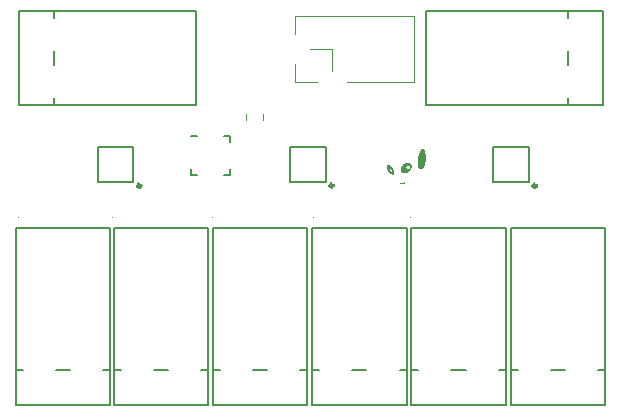
<source format=gbr>
G04 #@! TF.GenerationSoftware,KiCad,Pcbnew,5.0.2-bee76a0~70~ubuntu18.04.1*
G04 #@! TF.CreationDate,2019-12-05T19:09:47+01:00*
G04 #@! TF.ProjectId,magneto_bot_shield,6d61676e-6574-46f5-9f62-6f745f736869,rev?*
G04 #@! TF.SameCoordinates,Original*
G04 #@! TF.FileFunction,Legend,Top*
G04 #@! TF.FilePolarity,Positive*
%FSLAX46Y46*%
G04 Gerber Fmt 4.6, Leading zero omitted, Abs format (unit mm)*
G04 Created by KiCad (PCBNEW 5.0.2-bee76a0~70~ubuntu18.04.1) date Thu 05 Dec 2019 07:09:47 PM CET*
%MOMM*%
%LPD*%
G01*
G04 APERTURE LIST*
%ADD10C,0.120000*%
%ADD11C,0.100000*%
%ADD12C,0.150000*%
%ADD13C,0.127000*%
%ADD14C,0.304800*%
%ADD15C,0.010000*%
%ADD16C,0.060000*%
G04 APERTURE END LIST*
D10*
G04 #@! TO.C,C5*
X159460000Y-103241422D02*
X159460000Y-103758578D01*
X158040000Y-103241422D02*
X158040000Y-103758578D01*
D11*
G04 #@! TO.C,D1*
X180460000Y-111950000D02*
G75*
G03X180460000Y-111950000I-50000J0D01*
G01*
G04 #@! TO.C,D2*
X171960000Y-112000000D02*
G75*
G03X171960000Y-112000000I-50000J0D01*
G01*
G04 #@! TO.C,D3*
X163710000Y-112000000D02*
G75*
G03X163710000Y-112000000I-50000J0D01*
G01*
G04 #@! TO.C,D4*
X155210000Y-112000000D02*
G75*
G03X155210000Y-112000000I-50000J0D01*
G01*
G04 #@! TO.C,D5*
X146710000Y-112000000D02*
G75*
G03X146710000Y-112000000I-50000J0D01*
G01*
G04 #@! TO.C,D6*
X138710000Y-112000000D02*
G75*
G03X138710000Y-112000000I-50000J0D01*
G01*
D12*
G04 #@! TO.C,J1*
X138500000Y-124900000D02*
X139100000Y-124900000D01*
X143100000Y-124900000D02*
X141900000Y-124900000D01*
X146500000Y-124900000D02*
X145900000Y-124900000D01*
X138500000Y-127900000D02*
X146500000Y-127900000D01*
X146500000Y-127900000D02*
X146500000Y-112900000D01*
X146500000Y-112900000D02*
X138500000Y-112900000D01*
X138500000Y-112900000D02*
X138500000Y-127900000D01*
G04 #@! TO.C,J2*
X146800000Y-112900000D02*
X146800000Y-127900000D01*
X154800000Y-112900000D02*
X146800000Y-112900000D01*
X154800000Y-127900000D02*
X154800000Y-112900000D01*
X146800000Y-127900000D02*
X154800000Y-127900000D01*
X154800000Y-124900000D02*
X154200000Y-124900000D01*
X151400000Y-124900000D02*
X150200000Y-124900000D01*
X146800000Y-124900000D02*
X147400000Y-124900000D01*
G04 #@! TO.C,J3*
X155200000Y-112900000D02*
X155200000Y-127900000D01*
X163200000Y-112900000D02*
X155200000Y-112900000D01*
X163200000Y-127900000D02*
X163200000Y-112900000D01*
X155200000Y-127900000D02*
X163200000Y-127900000D01*
X163200000Y-124900000D02*
X162600000Y-124900000D01*
X159800000Y-124900000D02*
X158600000Y-124900000D01*
X155200000Y-124900000D02*
X155800000Y-124900000D01*
G04 #@! TO.C,J4*
X163600000Y-124900000D02*
X164200000Y-124900000D01*
X168200000Y-124900000D02*
X167000000Y-124900000D01*
X171600000Y-124900000D02*
X171000000Y-124900000D01*
X163600000Y-127900000D02*
X171600000Y-127900000D01*
X171600000Y-127900000D02*
X171600000Y-112900000D01*
X171600000Y-112900000D02*
X163600000Y-112900000D01*
X163600000Y-112900000D02*
X163600000Y-127900000D01*
G04 #@! TO.C,J5*
X172000000Y-112900000D02*
X172000000Y-127900000D01*
X180000000Y-112900000D02*
X172000000Y-112900000D01*
X180000000Y-127900000D02*
X180000000Y-112900000D01*
X172000000Y-127900000D02*
X180000000Y-127900000D01*
X180000000Y-124900000D02*
X179400000Y-124900000D01*
X176600000Y-124900000D02*
X175400000Y-124900000D01*
X172000000Y-124900000D02*
X172600000Y-124900000D01*
G04 #@! TO.C,J6*
X141750000Y-94500000D02*
X141750000Y-95100000D01*
X141750000Y-99100000D02*
X141750000Y-97900000D01*
X141750000Y-102500000D02*
X141750000Y-101900000D01*
X138750000Y-94500000D02*
X138750000Y-102500000D01*
X138750000Y-102500000D02*
X153750000Y-102500000D01*
X153750000Y-102500000D02*
X153750000Y-94500000D01*
X153750000Y-94500000D02*
X138750000Y-94500000D01*
G04 #@! TO.C,J7*
X173250000Y-102500000D02*
X188250000Y-102500000D01*
X173250000Y-94500000D02*
X173250000Y-102500000D01*
X188250000Y-94500000D02*
X173250000Y-94500000D01*
X188250000Y-102500000D02*
X188250000Y-94500000D01*
X185250000Y-94500000D02*
X185250000Y-95100000D01*
X185250000Y-97900000D02*
X185250000Y-99100000D01*
X185250000Y-102500000D02*
X185250000Y-101900000D01*
G04 #@! TO.C,J8*
X180400000Y-124900000D02*
X181000000Y-124900000D01*
X185000000Y-124900000D02*
X183800000Y-124900000D01*
X188400000Y-124900000D02*
X187800000Y-124900000D01*
X180400000Y-127900000D02*
X188400000Y-127900000D01*
X188400000Y-127900000D02*
X188400000Y-112900000D01*
X188400000Y-112900000D02*
X180400000Y-112900000D01*
X180400000Y-112900000D02*
X180400000Y-127900000D01*
D10*
G04 #@! TO.C,J9*
X166540000Y-100530000D02*
X172225000Y-100530000D01*
X172225000Y-100530000D02*
X172225000Y-94930000D01*
X162125000Y-94930000D02*
X172225000Y-94930000D01*
X162125000Y-96460000D02*
X162125000Y-94930000D01*
X163400000Y-97730000D02*
X165270000Y-97730000D01*
X165270000Y-97730000D02*
X165270000Y-99600000D01*
X164000000Y-100530000D02*
X162125000Y-100530000D01*
X162125000Y-100530000D02*
X162125000Y-99000000D01*
D12*
G04 #@! TO.C,MAX1*
X156625000Y-105125000D02*
X156625000Y-105625000D01*
X153375000Y-108375000D02*
X153375000Y-107875000D01*
X156625000Y-108375000D02*
X156625000Y-107875000D01*
X153375000Y-105125000D02*
X153875000Y-105125000D01*
X153375000Y-108375000D02*
X153875000Y-108375000D01*
X156625000Y-108375000D02*
X156125000Y-108375000D01*
X156625000Y-105125000D02*
X156125000Y-105125000D01*
D13*
G04 #@! TO.C,Q1*
X148452500Y-109022500D02*
X148452500Y-106022500D01*
X145452500Y-109022500D02*
X148452500Y-109022500D01*
X145452500Y-106022500D02*
X145452500Y-109022500D01*
X148452500Y-106022500D02*
X145452500Y-106022500D01*
D14*
X149102500Y-109322500D02*
G75*
G03X149102500Y-109322500I-150000J0D01*
G01*
G04 #@! TO.C,Q2*
X165400000Y-109300000D02*
G75*
G03X165400000Y-109300000I-150000J0D01*
G01*
D13*
X164750000Y-106000000D02*
X161750000Y-106000000D01*
X161750000Y-106000000D02*
X161750000Y-109000000D01*
X161750000Y-109000000D02*
X164750000Y-109000000D01*
X164750000Y-109000000D02*
X164750000Y-106000000D01*
D14*
G04 #@! TO.C,Q3*
X182602500Y-109322500D02*
G75*
G03X182602500Y-109322500I-150000J0D01*
G01*
D13*
X181952500Y-106022500D02*
X178952500Y-106022500D01*
X178952500Y-106022500D02*
X178952500Y-109022500D01*
X178952500Y-109022500D02*
X181952500Y-109022500D01*
X181952500Y-109022500D02*
X181952500Y-106022500D01*
D11*
G04 #@! TO.C,D7*
X138710000Y-103750000D02*
G75*
G03X138710000Y-103750000I-50000J0D01*
G01*
D15*
G04 #@! TO.C,H3*
G36*
X172928201Y-106229738D02*
X172948348Y-106231965D01*
X172965863Y-106235564D01*
X172981188Y-106241308D01*
X172994766Y-106249971D01*
X173007039Y-106262324D01*
X173018450Y-106279140D01*
X173029440Y-106301193D01*
X173040453Y-106329255D01*
X173051931Y-106364099D01*
X173064316Y-106406498D01*
X173078050Y-106457225D01*
X173093577Y-106517052D01*
X173094299Y-106519867D01*
X173111506Y-106592474D01*
X173125540Y-106664276D01*
X173136689Y-106737443D01*
X173145238Y-106814150D01*
X173151474Y-106896569D01*
X173155609Y-106984760D01*
X173156717Y-107018405D01*
X173157222Y-107044525D01*
X173156933Y-107065749D01*
X173155658Y-107084703D01*
X173153208Y-107104014D01*
X173149391Y-107126309D01*
X173144016Y-107154217D01*
X173142872Y-107160020D01*
X173126391Y-107238711D01*
X173108865Y-107313406D01*
X173090546Y-107383339D01*
X173071687Y-107447741D01*
X173052541Y-107505845D01*
X173033359Y-107556882D01*
X173014394Y-107600085D01*
X172995900Y-107634686D01*
X172978657Y-107659293D01*
X172967953Y-107672749D01*
X172953677Y-107691717D01*
X172937975Y-107713311D01*
X172927487Y-107728152D01*
X172901986Y-107762275D01*
X172878222Y-107789201D01*
X172856922Y-107808184D01*
X172839823Y-107818106D01*
X172827848Y-107820698D01*
X172810149Y-107822358D01*
X172795639Y-107822712D01*
X172779049Y-107821866D01*
X172763769Y-107819024D01*
X172746746Y-107813303D01*
X172724929Y-107803818D01*
X172715960Y-107799618D01*
X172693192Y-107787894D01*
X172671706Y-107775181D01*
X172654652Y-107763418D01*
X172648199Y-107757955D01*
X172625298Y-107729710D01*
X172605228Y-107691883D01*
X172587972Y-107644420D01*
X172573507Y-107587269D01*
X172564959Y-107541020D01*
X172562442Y-107523764D01*
X172560422Y-107505587D01*
X172558848Y-107485174D01*
X172557672Y-107461208D01*
X172556843Y-107432375D01*
X172556312Y-107397359D01*
X172556029Y-107354844D01*
X172555945Y-107303516D01*
X172555945Y-107302260D01*
X172556068Y-107245778D01*
X172556514Y-107197431D01*
X172557403Y-107155192D01*
X172558857Y-107117037D01*
X172560997Y-107080942D01*
X172563942Y-107044882D01*
X172567814Y-107006833D01*
X172572734Y-106964769D01*
X172578823Y-106916667D01*
X172579068Y-106914778D01*
X172588126Y-106857754D01*
X172600976Y-106795299D01*
X172617031Y-106729301D01*
X172635706Y-106661648D01*
X172656413Y-106594227D01*
X172678565Y-106528927D01*
X172701577Y-106467635D01*
X172724862Y-106412239D01*
X172747832Y-106364626D01*
X172753030Y-106354937D01*
X172780897Y-106310835D01*
X172811983Y-106273517D01*
X172812588Y-106272896D01*
X172835380Y-106251619D01*
X172856068Y-106237902D01*
X172877763Y-106230583D01*
X172903575Y-106228502D01*
X172928201Y-106229738D01*
X172928201Y-106229738D01*
G37*
X172928201Y-106229738D02*
X172948348Y-106231965D01*
X172965863Y-106235564D01*
X172981188Y-106241308D01*
X172994766Y-106249971D01*
X173007039Y-106262324D01*
X173018450Y-106279140D01*
X173029440Y-106301193D01*
X173040453Y-106329255D01*
X173051931Y-106364099D01*
X173064316Y-106406498D01*
X173078050Y-106457225D01*
X173093577Y-106517052D01*
X173094299Y-106519867D01*
X173111506Y-106592474D01*
X173125540Y-106664276D01*
X173136689Y-106737443D01*
X173145238Y-106814150D01*
X173151474Y-106896569D01*
X173155609Y-106984760D01*
X173156717Y-107018405D01*
X173157222Y-107044525D01*
X173156933Y-107065749D01*
X173155658Y-107084703D01*
X173153208Y-107104014D01*
X173149391Y-107126309D01*
X173144016Y-107154217D01*
X173142872Y-107160020D01*
X173126391Y-107238711D01*
X173108865Y-107313406D01*
X173090546Y-107383339D01*
X173071687Y-107447741D01*
X173052541Y-107505845D01*
X173033359Y-107556882D01*
X173014394Y-107600085D01*
X172995900Y-107634686D01*
X172978657Y-107659293D01*
X172967953Y-107672749D01*
X172953677Y-107691717D01*
X172937975Y-107713311D01*
X172927487Y-107728152D01*
X172901986Y-107762275D01*
X172878222Y-107789201D01*
X172856922Y-107808184D01*
X172839823Y-107818106D01*
X172827848Y-107820698D01*
X172810149Y-107822358D01*
X172795639Y-107822712D01*
X172779049Y-107821866D01*
X172763769Y-107819024D01*
X172746746Y-107813303D01*
X172724929Y-107803818D01*
X172715960Y-107799618D01*
X172693192Y-107787894D01*
X172671706Y-107775181D01*
X172654652Y-107763418D01*
X172648199Y-107757955D01*
X172625298Y-107729710D01*
X172605228Y-107691883D01*
X172587972Y-107644420D01*
X172573507Y-107587269D01*
X172564959Y-107541020D01*
X172562442Y-107523764D01*
X172560422Y-107505587D01*
X172558848Y-107485174D01*
X172557672Y-107461208D01*
X172556843Y-107432375D01*
X172556312Y-107397359D01*
X172556029Y-107354844D01*
X172555945Y-107303516D01*
X172555945Y-107302260D01*
X172556068Y-107245778D01*
X172556514Y-107197431D01*
X172557403Y-107155192D01*
X172558857Y-107117037D01*
X172560997Y-107080942D01*
X172563942Y-107044882D01*
X172567814Y-107006833D01*
X172572734Y-106964769D01*
X172578823Y-106916667D01*
X172579068Y-106914778D01*
X172588126Y-106857754D01*
X172600976Y-106795299D01*
X172617031Y-106729301D01*
X172635706Y-106661648D01*
X172656413Y-106594227D01*
X172678565Y-106528927D01*
X172701577Y-106467635D01*
X172724862Y-106412239D01*
X172747832Y-106364626D01*
X172753030Y-106354937D01*
X172780897Y-106310835D01*
X172811983Y-106273517D01*
X172812588Y-106272896D01*
X172835380Y-106251619D01*
X172856068Y-106237902D01*
X172877763Y-106230583D01*
X172903575Y-106228502D01*
X172928201Y-106229738D01*
G04 #@! TO.C,H4*
G36*
X171668423Y-107401777D02*
X171706263Y-107405066D01*
X171726759Y-107408897D01*
X171778390Y-107425874D01*
X171823060Y-107449654D01*
X171860646Y-107479527D01*
X171891024Y-107514781D01*
X171914071Y-107554703D01*
X171929661Y-107598583D01*
X171937672Y-107645708D01*
X171937980Y-107695366D01*
X171930461Y-107746846D01*
X171914990Y-107799436D01*
X171891445Y-107852424D01*
X171859701Y-107905099D01*
X171821669Y-107954398D01*
X171772024Y-108005506D01*
X171717034Y-108050255D01*
X171657863Y-108088142D01*
X171595678Y-108118666D01*
X171531645Y-108141325D01*
X171466929Y-108155617D01*
X171402695Y-108161041D01*
X171348218Y-108158169D01*
X171293393Y-108147107D01*
X171244297Y-108128036D01*
X171201371Y-108101148D01*
X171182887Y-108085333D01*
X171151140Y-108051436D01*
X171128000Y-108016962D01*
X171112118Y-107979320D01*
X171102141Y-107935916D01*
X171100986Y-107928145D01*
X171098426Y-107873755D01*
X171105286Y-107818691D01*
X171120934Y-107763752D01*
X171134275Y-107733475D01*
X171499164Y-107733475D01*
X171501545Y-107755112D01*
X171514506Y-107799304D01*
X171535689Y-107838657D01*
X171564198Y-107872122D01*
X171599137Y-107898653D01*
X171639610Y-107917204D01*
X171640453Y-107917481D01*
X171660411Y-107921460D01*
X171687461Y-107923152D01*
X171705684Y-107922976D01*
X171729938Y-107921571D01*
X171748324Y-107918634D01*
X171765122Y-107913176D01*
X171782690Y-107905155D01*
X171819679Y-107881788D01*
X171850282Y-107851948D01*
X171873754Y-107817048D01*
X171889349Y-107778504D01*
X171896322Y-107737728D01*
X171893925Y-107696134D01*
X171893670Y-107694722D01*
X171880966Y-107652824D01*
X171859644Y-107614438D01*
X171830985Y-107581215D01*
X171796270Y-107554806D01*
X171777445Y-107544858D01*
X171747518Y-107535350D01*
X171712396Y-107530786D01*
X171675790Y-107531225D01*
X171641413Y-107536724D01*
X171623531Y-107542426D01*
X171588383Y-107561486D01*
X171557691Y-107587944D01*
X171532440Y-107620087D01*
X171513613Y-107656199D01*
X171502193Y-107694567D01*
X171499164Y-107733475D01*
X171134275Y-107733475D01*
X171144736Y-107709736D01*
X171176061Y-107657441D01*
X171214274Y-107607666D01*
X171258745Y-107561207D01*
X171308840Y-107518864D01*
X171363926Y-107481434D01*
X171423370Y-107449716D01*
X171486541Y-107424507D01*
X171504886Y-107418701D01*
X171541263Y-107410238D01*
X171582757Y-107404503D01*
X171626199Y-107401636D01*
X171668423Y-107401777D01*
X171668423Y-107401777D01*
G37*
X171668423Y-107401777D02*
X171706263Y-107405066D01*
X171726759Y-107408897D01*
X171778390Y-107425874D01*
X171823060Y-107449654D01*
X171860646Y-107479527D01*
X171891024Y-107514781D01*
X171914071Y-107554703D01*
X171929661Y-107598583D01*
X171937672Y-107645708D01*
X171937980Y-107695366D01*
X171930461Y-107746846D01*
X171914990Y-107799436D01*
X171891445Y-107852424D01*
X171859701Y-107905099D01*
X171821669Y-107954398D01*
X171772024Y-108005506D01*
X171717034Y-108050255D01*
X171657863Y-108088142D01*
X171595678Y-108118666D01*
X171531645Y-108141325D01*
X171466929Y-108155617D01*
X171402695Y-108161041D01*
X171348218Y-108158169D01*
X171293393Y-108147107D01*
X171244297Y-108128036D01*
X171201371Y-108101148D01*
X171182887Y-108085333D01*
X171151140Y-108051436D01*
X171128000Y-108016962D01*
X171112118Y-107979320D01*
X171102141Y-107935916D01*
X171100986Y-107928145D01*
X171098426Y-107873755D01*
X171105286Y-107818691D01*
X171120934Y-107763752D01*
X171134275Y-107733475D01*
X171499164Y-107733475D01*
X171501545Y-107755112D01*
X171514506Y-107799304D01*
X171535689Y-107838657D01*
X171564198Y-107872122D01*
X171599137Y-107898653D01*
X171639610Y-107917204D01*
X171640453Y-107917481D01*
X171660411Y-107921460D01*
X171687461Y-107923152D01*
X171705684Y-107922976D01*
X171729938Y-107921571D01*
X171748324Y-107918634D01*
X171765122Y-107913176D01*
X171782690Y-107905155D01*
X171819679Y-107881788D01*
X171850282Y-107851948D01*
X171873754Y-107817048D01*
X171889349Y-107778504D01*
X171896322Y-107737728D01*
X171893925Y-107696134D01*
X171893670Y-107694722D01*
X171880966Y-107652824D01*
X171859644Y-107614438D01*
X171830985Y-107581215D01*
X171796270Y-107554806D01*
X171777445Y-107544858D01*
X171747518Y-107535350D01*
X171712396Y-107530786D01*
X171675790Y-107531225D01*
X171641413Y-107536724D01*
X171623531Y-107542426D01*
X171588383Y-107561486D01*
X171557691Y-107587944D01*
X171532440Y-107620087D01*
X171513613Y-107656199D01*
X171502193Y-107694567D01*
X171499164Y-107733475D01*
X171134275Y-107733475D01*
X171144736Y-107709736D01*
X171176061Y-107657441D01*
X171214274Y-107607666D01*
X171258745Y-107561207D01*
X171308840Y-107518864D01*
X171363926Y-107481434D01*
X171423370Y-107449716D01*
X171486541Y-107424507D01*
X171504886Y-107418701D01*
X171541263Y-107410238D01*
X171582757Y-107404503D01*
X171626199Y-107401636D01*
X171668423Y-107401777D01*
G36*
X170043665Y-107592400D02*
X170061199Y-107594815D01*
X170077879Y-107600076D01*
X170096678Y-107608404D01*
X170146544Y-107636810D01*
X170196028Y-107674026D01*
X170244186Y-107718713D01*
X170290077Y-107769536D01*
X170332757Y-107825158D01*
X170371285Y-107884244D01*
X170404717Y-107945456D01*
X170432112Y-108007459D01*
X170452526Y-108068917D01*
X170465018Y-108128492D01*
X170465381Y-108131129D01*
X170468149Y-108174196D01*
X170464456Y-108212257D01*
X170454593Y-108244427D01*
X170438853Y-108269822D01*
X170417525Y-108287556D01*
X170413187Y-108289832D01*
X170385219Y-108298318D01*
X170353409Y-108299581D01*
X170321189Y-108293488D01*
X170320740Y-108293346D01*
X170277203Y-108275057D01*
X170232270Y-108247842D01*
X170186881Y-108212665D01*
X170141976Y-108170487D01*
X170098495Y-108122272D01*
X170057378Y-108068982D01*
X170019565Y-108011579D01*
X169985996Y-107951026D01*
X169985540Y-107950119D01*
X169960181Y-107895845D01*
X169951711Y-107873574D01*
X170105284Y-107873574D01*
X170105543Y-107901315D01*
X170108121Y-107929311D01*
X170112567Y-107952702D01*
X170122407Y-107982865D01*
X170136999Y-108017156D01*
X170154535Y-108051944D01*
X170173208Y-108083596D01*
X170188382Y-108105022D01*
X170219895Y-108140806D01*
X170251152Y-108168895D01*
X170281506Y-108189000D01*
X170310309Y-108200834D01*
X170336913Y-108204109D01*
X170360670Y-108198538D01*
X170376133Y-108188466D01*
X170390767Y-108171999D01*
X170400019Y-108152003D01*
X170404606Y-108126313D01*
X170405402Y-108100316D01*
X170401584Y-108061085D01*
X170391587Y-108020767D01*
X170376265Y-107980451D01*
X170356466Y-107941228D01*
X170333042Y-107904188D01*
X170306844Y-107870421D01*
X170278723Y-107841018D01*
X170249529Y-107817069D01*
X170220113Y-107799664D01*
X170191326Y-107789894D01*
X170164019Y-107788849D01*
X170162521Y-107789075D01*
X170140226Y-107797610D01*
X170121870Y-107814429D01*
X170111805Y-107831686D01*
X170107365Y-107849295D01*
X170105284Y-107873574D01*
X169951711Y-107873574D01*
X169941505Y-107846742D01*
X169928956Y-107800850D01*
X169921980Y-107756209D01*
X169920024Y-107718820D01*
X169920147Y-107693734D01*
X169921356Y-107675780D01*
X169924108Y-107661950D01*
X169928861Y-107649235D01*
X169931443Y-107643751D01*
X169942212Y-107626421D01*
X169955671Y-107610733D01*
X169961471Y-107605651D01*
X169971774Y-107598608D01*
X169981873Y-107594452D01*
X169994939Y-107592443D01*
X170014145Y-107591838D01*
X170020641Y-107591820D01*
X170043665Y-107592400D01*
X170043665Y-107592400D01*
G37*
X170043665Y-107592400D02*
X170061199Y-107594815D01*
X170077879Y-107600076D01*
X170096678Y-107608404D01*
X170146544Y-107636810D01*
X170196028Y-107674026D01*
X170244186Y-107718713D01*
X170290077Y-107769536D01*
X170332757Y-107825158D01*
X170371285Y-107884244D01*
X170404717Y-107945456D01*
X170432112Y-108007459D01*
X170452526Y-108068917D01*
X170465018Y-108128492D01*
X170465381Y-108131129D01*
X170468149Y-108174196D01*
X170464456Y-108212257D01*
X170454593Y-108244427D01*
X170438853Y-108269822D01*
X170417525Y-108287556D01*
X170413187Y-108289832D01*
X170385219Y-108298318D01*
X170353409Y-108299581D01*
X170321189Y-108293488D01*
X170320740Y-108293346D01*
X170277203Y-108275057D01*
X170232270Y-108247842D01*
X170186881Y-108212665D01*
X170141976Y-108170487D01*
X170098495Y-108122272D01*
X170057378Y-108068982D01*
X170019565Y-108011579D01*
X169985996Y-107951026D01*
X169985540Y-107950119D01*
X169960181Y-107895845D01*
X169951711Y-107873574D01*
X170105284Y-107873574D01*
X170105543Y-107901315D01*
X170108121Y-107929311D01*
X170112567Y-107952702D01*
X170122407Y-107982865D01*
X170136999Y-108017156D01*
X170154535Y-108051944D01*
X170173208Y-108083596D01*
X170188382Y-108105022D01*
X170219895Y-108140806D01*
X170251152Y-108168895D01*
X170281506Y-108189000D01*
X170310309Y-108200834D01*
X170336913Y-108204109D01*
X170360670Y-108198538D01*
X170376133Y-108188466D01*
X170390767Y-108171999D01*
X170400019Y-108152003D01*
X170404606Y-108126313D01*
X170405402Y-108100316D01*
X170401584Y-108061085D01*
X170391587Y-108020767D01*
X170376265Y-107980451D01*
X170356466Y-107941228D01*
X170333042Y-107904188D01*
X170306844Y-107870421D01*
X170278723Y-107841018D01*
X170249529Y-107817069D01*
X170220113Y-107799664D01*
X170191326Y-107789894D01*
X170164019Y-107788849D01*
X170162521Y-107789075D01*
X170140226Y-107797610D01*
X170121870Y-107814429D01*
X170111805Y-107831686D01*
X170107365Y-107849295D01*
X170105284Y-107873574D01*
X169951711Y-107873574D01*
X169941505Y-107846742D01*
X169928956Y-107800850D01*
X169921980Y-107756209D01*
X169920024Y-107718820D01*
X169920147Y-107693734D01*
X169921356Y-107675780D01*
X169924108Y-107661950D01*
X169928861Y-107649235D01*
X169931443Y-107643751D01*
X169942212Y-107626421D01*
X169955671Y-107610733D01*
X169961471Y-107605651D01*
X169971774Y-107598608D01*
X169981873Y-107594452D01*
X169994939Y-107592443D01*
X170014145Y-107591838D01*
X170020641Y-107591820D01*
X170043665Y-107592400D01*
D16*
G36*
X171374692Y-109031830D02*
X171378884Y-109037238D01*
X171379842Y-109045434D01*
X171375424Y-109050854D01*
X171363375Y-109058710D01*
X171345655Y-109068093D01*
X171324225Y-109078090D01*
X171301046Y-109087791D01*
X171278078Y-109096284D01*
X171257282Y-109102659D01*
X171255917Y-109103013D01*
X171212856Y-109110486D01*
X171164361Y-109112860D01*
X171113785Y-109110138D01*
X171067500Y-109102965D01*
X171040200Y-109097186D01*
X171021309Y-109092973D01*
X171009286Y-109089840D01*
X171002588Y-109087302D01*
X170999673Y-109084876D01*
X170998999Y-109082076D01*
X170998997Y-109081433D01*
X171000026Y-109073727D01*
X171003898Y-109069084D01*
X171012140Y-109067369D01*
X171026276Y-109068449D01*
X171047832Y-109072190D01*
X171064960Y-109075657D01*
X171123922Y-109085109D01*
X171177388Y-109087441D01*
X171227312Y-109082442D01*
X171275646Y-109069901D01*
X171324342Y-109049609D01*
X171329221Y-109047188D01*
X171351207Y-109036758D01*
X171365915Y-109031654D01*
X171374692Y-109031830D01*
X171374692Y-109031830D01*
G37*
X171374692Y-109031830D02*
X171378884Y-109037238D01*
X171379842Y-109045434D01*
X171375424Y-109050854D01*
X171363375Y-109058710D01*
X171345655Y-109068093D01*
X171324225Y-109078090D01*
X171301046Y-109087791D01*
X171278078Y-109096284D01*
X171257282Y-109102659D01*
X171255917Y-109103013D01*
X171212856Y-109110486D01*
X171164361Y-109112860D01*
X171113785Y-109110138D01*
X171067500Y-109102965D01*
X171040200Y-109097186D01*
X171021309Y-109092973D01*
X171009286Y-109089840D01*
X171002588Y-109087302D01*
X170999673Y-109084876D01*
X170998999Y-109082076D01*
X170998997Y-109081433D01*
X171000026Y-109073727D01*
X171003898Y-109069084D01*
X171012140Y-109067369D01*
X171026276Y-109068449D01*
X171047832Y-109072190D01*
X171064960Y-109075657D01*
X171123922Y-109085109D01*
X171177388Y-109087441D01*
X171227312Y-109082442D01*
X171275646Y-109069901D01*
X171324342Y-109049609D01*
X171329221Y-109047188D01*
X171351207Y-109036758D01*
X171365915Y-109031654D01*
X171374692Y-109031830D01*
G04 #@! TD*
M02*

</source>
